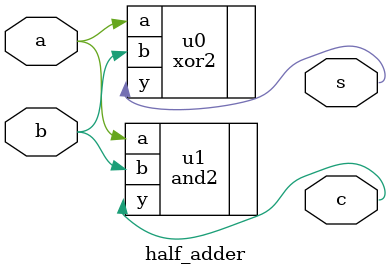
<source format=v>
module half_adder(input a, input b, output s, output c);
  xor2 u0 (.a(a), .b(b), .y(s));
  and2 u1 (.a(a), .b(b), .y(c));
endmodule

</source>
